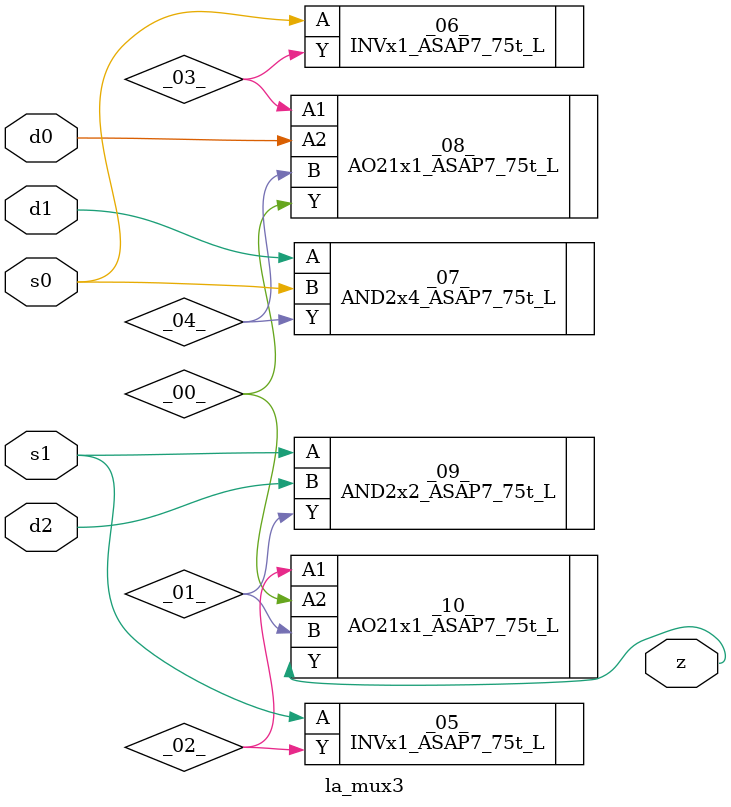
<source format=v>

/* Generated by Yosys 0.40 (git sha1 a1bb0255d, g++ 11.4.0-1ubuntu1~22.04 -fPIC -Os) */

module la_mux3(d0, d1, d2, s0, s1, z);
  wire _00_;
  wire _01_;
  wire _02_;
  wire _03_;
  wire _04_;
  input d0;
  wire d0;
  input d1;
  wire d1;
  input d2;
  wire d2;
  input s0;
  wire s0;
  input s1;
  wire s1;
  output z;
  wire z;
  INVx1_ASAP7_75t_L _05_ (
    .A(s1),
    .Y(_02_)
  );
  INVx1_ASAP7_75t_L _06_ (
    .A(s0),
    .Y(_03_)
  );
  AND2x4_ASAP7_75t_L _07_ (
    .A(d1),
    .B(s0),
    .Y(_04_)
  );
  AO21x1_ASAP7_75t_L _08_ (
    .A1(_03_),
    .A2(d0),
    .B(_04_),
    .Y(_00_)
  );
  AND2x2_ASAP7_75t_L _09_ (
    .A(s1),
    .B(d2),
    .Y(_01_)
  );
  AO21x1_ASAP7_75t_L _10_ (
    .A1(_02_),
    .A2(_00_),
    .B(_01_),
    .Y(z)
  );
endmodule

</source>
